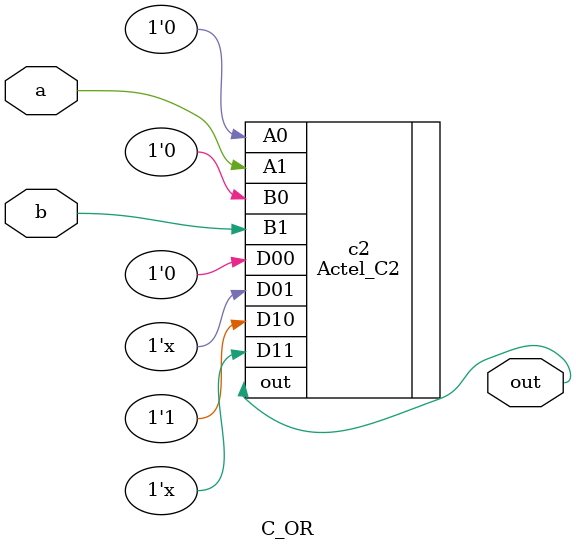
<source format=v>
module C_OR(input a, b, output out);

    Actel_C2 c2(
        .out(out),
        .D00(1'b0),
        .D01(1'bz), 
        .D10(1'b1), 
        .D11(1'bz),
        .A1(a),
        .B1(b), 
        .A0(1'b0),
        .B0(1'b0)
    );

endmodule

</source>
